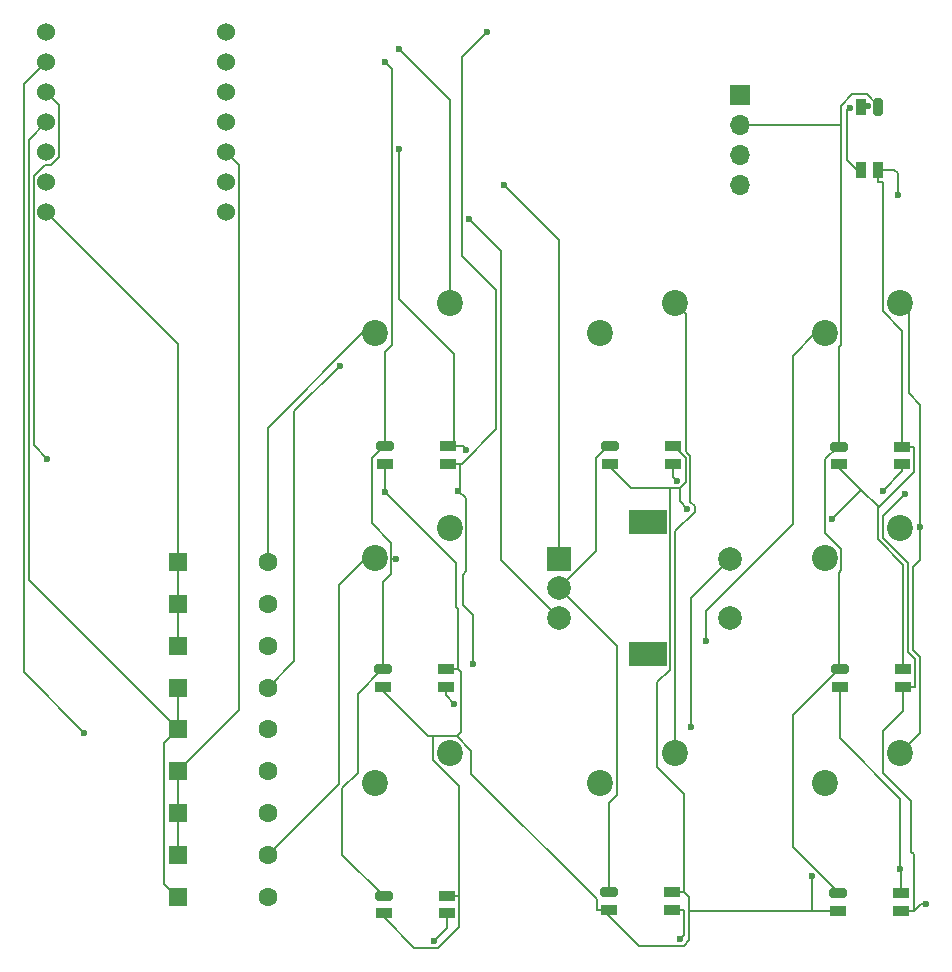
<source format=gbr>
%TF.GenerationSoftware,KiCad,Pcbnew,9.0.2*%
%TF.CreationDate,2025-07-10T19:44:47-04:00*%
%TF.ProjectId,AAPad_pcb,41415061-645f-4706-9362-2e6b69636164,rev?*%
%TF.SameCoordinates,Original*%
%TF.FileFunction,Copper,L2,Bot*%
%TF.FilePolarity,Positive*%
%FSLAX46Y46*%
G04 Gerber Fmt 4.6, Leading zero omitted, Abs format (unit mm)*
G04 Created by KiCad (PCBNEW 9.0.2) date 2025-07-10 19:44:47*
%MOMM*%
%LPD*%
G01*
G04 APERTURE LIST*
G04 Aperture macros list*
%AMRoundRect*
0 Rectangle with rounded corners*
0 $1 Rounding radius*
0 $2 $3 $4 $5 $6 $7 $8 $9 X,Y pos of 4 corners*
0 Add a 4 corners polygon primitive as box body*
4,1,4,$2,$3,$4,$5,$6,$7,$8,$9,$2,$3,0*
0 Add four circle primitives for the rounded corners*
1,1,$1+$1,$2,$3*
1,1,$1+$1,$4,$5*
1,1,$1+$1,$6,$7*
1,1,$1+$1,$8,$9*
0 Add four rect primitives between the rounded corners*
20,1,$1+$1,$2,$3,$4,$5,0*
20,1,$1+$1,$4,$5,$6,$7,0*
20,1,$1+$1,$6,$7,$8,$9,0*
20,1,$1+$1,$8,$9,$2,$3,0*%
G04 Aperture macros list end*
%TA.AperFunction,ComponentPad*%
%ADD10RoundRect,0.250000X-0.550000X-0.550000X0.550000X-0.550000X0.550000X0.550000X-0.550000X0.550000X0*%
%TD*%
%TA.AperFunction,ComponentPad*%
%ADD11C,1.600000*%
%TD*%
%TA.AperFunction,ComponentPad*%
%ADD12C,2.200000*%
%TD*%
%TA.AperFunction,ComponentPad*%
%ADD13R,1.700000X1.700000*%
%TD*%
%TA.AperFunction,ComponentPad*%
%ADD14O,1.700000X1.700000*%
%TD*%
%TA.AperFunction,ComponentPad*%
%ADD15C,1.524000*%
%TD*%
%TA.AperFunction,ComponentPad*%
%ADD16R,2.000000X2.000000*%
%TD*%
%TA.AperFunction,ComponentPad*%
%ADD17C,2.000000*%
%TD*%
%TA.AperFunction,ComponentPad*%
%ADD18R,3.200000X2.000000*%
%TD*%
%TA.AperFunction,SMDPad,CuDef*%
%ADD19R,1.450000X0.820000*%
%TD*%
%TA.AperFunction,SMDPad,CuDef*%
%ADD20RoundRect,0.205000X0.520000X0.205000X-0.520000X0.205000X-0.520000X-0.205000X0.520000X-0.205000X0*%
%TD*%
%TA.AperFunction,SMDPad,CuDef*%
%ADD21R,0.820000X1.450000*%
%TD*%
%TA.AperFunction,SMDPad,CuDef*%
%ADD22RoundRect,0.205000X0.205000X-0.520000X0.205000X0.520000X-0.205000X0.520000X-0.205000X-0.520000X0*%
%TD*%
%TA.AperFunction,ViaPad*%
%ADD23C,0.600000*%
%TD*%
%TA.AperFunction,Conductor*%
%ADD24C,0.200000*%
%TD*%
G04 APERTURE END LIST*
D10*
%TO.P,D8,1,K*%
%TO.N,Row 2*%
X72390000Y-108325000D03*
D11*
%TO.P,D8,2,A*%
%TO.N,Net-(D8-A)*%
X80010000Y-108325000D03*
%TD*%
D12*
%TO.P,SW2,1,1*%
%TO.N,Col 0*%
X114458800Y-61595000D03*
%TO.P,SW2,2,2*%
%TO.N,Net-(D4-A)*%
X108108800Y-64135000D03*
%TD*%
D10*
%TO.P,D1,1,K*%
%TO.N,Row 1*%
X72390000Y-83475000D03*
D11*
%TO.P,D1,2,A*%
%TO.N,Net-(D1-A)*%
X80010000Y-83475000D03*
%TD*%
D10*
%TO.P,D5,1,K*%
%TO.N,Row 0*%
X72390000Y-97675000D03*
D11*
%TO.P,D5,2,A*%
%TO.N,Net-(D5-A)*%
X80010000Y-97675000D03*
%TD*%
D10*
%TO.P,D3,1,K*%
%TO.N,Row 1*%
X72390000Y-90575000D03*
D11*
%TO.P,D3,2,A*%
%TO.N,Net-(D3-A)*%
X80010000Y-90575000D03*
%TD*%
D10*
%TO.P,D6,1,K*%
%TO.N,Row 2*%
X72390000Y-101225000D03*
D11*
%TO.P,D6,2,A*%
%TO.N,Net-(D6-A)*%
X80010000Y-101225000D03*
%TD*%
D12*
%TO.P,SW3,1,1*%
%TO.N,Col 2*%
X133508800Y-61595000D03*
%TO.P,SW3,2,2*%
%TO.N,Net-(D3-A)*%
X127158800Y-64135000D03*
%TD*%
%TO.P,SW7,1,1*%
%TO.N,Col 1*%
X95408800Y-99695000D03*
%TO.P,SW7,2,2*%
%TO.N,Net-(D7-A)*%
X89058800Y-102235000D03*
%TD*%
%TO.P,SW4,1,1*%
%TO.N,Col 1*%
X133508800Y-80645000D03*
%TO.P,SW4,2,2*%
%TO.N,Net-(D5-A)*%
X127158800Y-83185000D03*
%TD*%
D10*
%TO.P,D9,1,K*%
%TO.N,Row 0*%
X72390000Y-111875000D03*
D11*
%TO.P,D9,2,A*%
%TO.N,Net-(D9-A)*%
X80010000Y-111875000D03*
%TD*%
D10*
%TO.P,D2,1,K*%
%TO.N,Row 1*%
X72390000Y-87025000D03*
D11*
%TO.P,D2,2,A*%
%TO.N,EC11SWB*%
X80010000Y-87025000D03*
%TD*%
D10*
%TO.P,D4,1,K*%
%TO.N,Row 0*%
X72390000Y-94125000D03*
D11*
%TO.P,D4,2,A*%
%TO.N,Net-(D4-A)*%
X80010000Y-94125000D03*
%TD*%
D13*
%TO.P,J1,1,Pin_1*%
%TO.N,VCC*%
X120008800Y-43930000D03*
D14*
%TO.P,J1,2,Pin_2*%
%TO.N,GND*%
X120008800Y-46470000D03*
%TO.P,J1,3,Pin_3*%
%TO.N,SCL*%
X120008800Y-49010000D03*
%TO.P,J1,4,Pin_4*%
%TO.N,SDA*%
X120008800Y-51550000D03*
%TD*%
D15*
%TO.P,U1,1,GPIO26/ADC0/A0*%
%TO.N,Col 0*%
X61252800Y-38629500D03*
%TO.P,U1,2,GPIO27/ADC1/A1*%
%TO.N,Col 1*%
X61252800Y-41169500D03*
%TO.P,U1,3,GPIO28/ADC2/A2*%
%TO.N,Col 2*%
X61252800Y-43709500D03*
%TO.P,U1,4,GPIO29/ADC3/A3*%
%TO.N,Row 0*%
X61252800Y-46249500D03*
%TO.P,U1,5,GPIO6/SDA*%
%TO.N,SDA*%
X61252800Y-48789500D03*
%TO.P,U1,6,GPIO7/SCL*%
%TO.N,SCL*%
X61252800Y-51329500D03*
%TO.P,U1,7,GPIO0/TX*%
%TO.N,Row 1*%
X61252800Y-53869500D03*
%TO.P,U1,8,GPIO1/RX*%
%TO.N,EC11B*%
X76492800Y-53869500D03*
%TO.P,U1,9,GPIO2/SCK*%
%TO.N,EC11A*%
X76492800Y-51329500D03*
%TO.P,U1,10,GPIO4/MISO*%
%TO.N,Row 2*%
X76492800Y-48789500D03*
%TO.P,U1,11,GPIO3/MOSI*%
%TO.N,WS2812B*%
X76492800Y-46249500D03*
%TO.P,U1,12,3V3*%
%TO.N,unconnected-(U1-3V3-Pad12)*%
X76492800Y-43709500D03*
%TO.P,U1,13,GND*%
%TO.N,GND*%
X76492800Y-41169500D03*
%TO.P,U1,14,VBUS*%
%TO.N,+5V*%
X76492800Y-38629500D03*
%TD*%
D12*
%TO.P,SW1,1,1*%
%TO.N,Col 0*%
X95408800Y-61595000D03*
%TO.P,SW1,2,2*%
%TO.N,Net-(D1-A)*%
X89058800Y-64135000D03*
%TD*%
%TO.P,SW6,1,1*%
%TO.N,Col 0*%
X114458800Y-99695000D03*
%TO.P,SW6,2,2*%
%TO.N,Net-(D6-A)*%
X108108800Y-102235000D03*
%TD*%
D16*
%TO.P,SW11,A,A*%
%TO.N,EC11A*%
X104668800Y-83225000D03*
D17*
%TO.P,SW11,B,B*%
%TO.N,EC11B*%
X104668800Y-88225000D03*
%TO.P,SW11,C,C*%
%TO.N,GND*%
X104668800Y-85725000D03*
D18*
%TO.P,SW11,MP*%
%TO.N,N/C*%
X112168800Y-80125000D03*
X112168800Y-91325000D03*
D17*
%TO.P,SW11,S1,S1*%
%TO.N,EC11SWB*%
X119168800Y-88225000D03*
%TO.P,SW11,S2,S2*%
%TO.N,Col 1*%
X119168800Y-83225000D03*
%TD*%
D10*
%TO.P,D7,1,K*%
%TO.N,Row 2*%
X72390000Y-104775000D03*
D11*
%TO.P,D7,2,A*%
%TO.N,Net-(D7-A)*%
X80010000Y-104775000D03*
%TD*%
D12*
%TO.P,SW8,1,1*%
%TO.N,Col 2*%
X95408800Y-80645000D03*
%TO.P,SW8,2,2*%
%TO.N,Net-(D8-A)*%
X89058800Y-83185000D03*
%TD*%
%TO.P,SW5,1,1*%
%TO.N,Col 2*%
X133508800Y-99695000D03*
%TO.P,SW5,2,2*%
%TO.N,Net-(D9-A)*%
X127158800Y-102235000D03*
%TD*%
D19*
%TO.P,D12,1,VDD*%
%TO.N,+5V*%
X114311200Y-75165100D03*
%TO.P,D12,2,DOUT*%
%TO.N,WS2812B*%
X114311200Y-73665100D03*
D20*
%TO.P,D12,3,VSS*%
%TO.N,GND*%
X108961200Y-73665100D03*
D19*
%TO.P,D12,4,DIN*%
%TO.N,WS2812B*%
X108961200Y-75165100D03*
%TD*%
D21*
%TO.P,D10,1,VDD*%
%TO.N,+5V*%
X130218800Y-50300000D03*
%TO.P,D10,2,DOUT*%
%TO.N,WS2812B*%
X131718800Y-50300000D03*
D22*
%TO.P,D10,3,VSS*%
%TO.N,GND*%
X131718800Y-44950000D03*
D21*
%TO.P,D10,4,DIN*%
%TO.N,WS2812B*%
X130218800Y-44950000D03*
%TD*%
D19*
%TO.P,D14,1,VDD*%
%TO.N,+5V*%
X133772900Y-94057700D03*
%TO.P,D14,2,DOUT*%
%TO.N,WS2812B*%
X133772900Y-92557700D03*
D20*
%TO.P,D14,3,VSS*%
%TO.N,GND*%
X128422900Y-92557700D03*
D19*
%TO.P,D14,4,DIN*%
%TO.N,WS2812B*%
X128422900Y-94057700D03*
%TD*%
%TO.P,D15,1,VDD*%
%TO.N,+5V*%
X95104800Y-94070900D03*
%TO.P,D15,2,DOUT*%
%TO.N,WS2812B*%
X95104800Y-92570900D03*
D20*
%TO.P,D15,3,VSS*%
%TO.N,GND*%
X89754800Y-92570900D03*
D19*
%TO.P,D15,4,DIN*%
%TO.N,WS2812B*%
X89754800Y-94070900D03*
%TD*%
%TO.P,D13,1,VDD*%
%TO.N,+5V*%
X95259000Y-75187400D03*
%TO.P,D13,2,DOUT*%
%TO.N,WS2812B*%
X95259000Y-73687400D03*
D20*
%TO.P,D13,3,VSS*%
%TO.N,GND*%
X89909000Y-73687400D03*
D19*
%TO.P,D13,4,DIN*%
%TO.N,WS2812B*%
X89909000Y-75187400D03*
%TD*%
%TO.P,D17,1,VDD*%
%TO.N,+5V*%
X114250300Y-112956400D03*
%TO.P,D17,2,DOUT*%
%TO.N,WS2812B*%
X114250300Y-111456400D03*
D20*
%TO.P,D17,3,VSS*%
%TO.N,GND*%
X108900300Y-111456400D03*
D19*
%TO.P,D17,4,DIN*%
%TO.N,WS2812B*%
X108900300Y-112956400D03*
%TD*%
%TO.P,D16,1,VDD*%
%TO.N,+5V*%
X133665300Y-113060500D03*
%TO.P,D16,2,DOUT*%
%TO.N,WS2812B*%
X133665300Y-111560500D03*
D20*
%TO.P,D16,3,VSS*%
%TO.N,GND*%
X128315300Y-111560500D03*
D19*
%TO.P,D16,4,DIN*%
%TO.N,WS2812B*%
X128315300Y-113060500D03*
%TD*%
%TO.P,D18,1,VDD*%
%TO.N,+5V*%
X95169300Y-113254300D03*
%TO.P,D18,2,DOUT*%
%TO.N,WS2812B*%
X95169300Y-111754300D03*
D20*
%TO.P,D18,3,VSS*%
%TO.N,GND*%
X89819300Y-111754300D03*
D19*
%TO.P,D18,4,DIN*%
%TO.N,WS2812B*%
X89819300Y-113254300D03*
%TD*%
%TO.P,D11,1,VDD*%
%TO.N,+5V*%
X133734100Y-75223900D03*
%TO.P,D11,2,DOUT*%
%TO.N,WS2812B*%
X133734100Y-73723900D03*
D20*
%TO.P,D11,3,VSS*%
%TO.N,GND*%
X128384100Y-73723900D03*
D19*
%TO.P,D11,4,DIN*%
%TO.N,WS2812B*%
X128384100Y-75223900D03*
%TD*%
D23*
%TO.N,+5V*%
X96144600Y-77445800D03*
X129272100Y-45048100D03*
X132078400Y-77445800D03*
X98557600Y-38629500D03*
X94087500Y-115546300D03*
X133924100Y-77724200D03*
X135720700Y-112432900D03*
X97381800Y-92142000D03*
X114638700Y-76634600D03*
X114949500Y-115393800D03*
X95800300Y-95485500D03*
%TO.N,GND*%
X90883100Y-83230100D03*
X89957700Y-41169500D03*
%TO.N,Net-(D3-A)*%
X117132400Y-90165900D03*
%TO.N,Net-(D4-A)*%
X86094900Y-66918000D03*
%TO.N,WS2812B*%
X126098300Y-110084300D03*
X130808800Y-44925000D03*
X115546500Y-78995100D03*
X133350000Y-52387500D03*
X127806100Y-79821400D03*
X89909000Y-77562100D03*
X133547900Y-109447400D03*
X91124500Y-48485800D03*
X96784200Y-73970600D03*
%TO.N,Col 0*%
X91124500Y-40072100D03*
%TO.N,Col 2*%
X135217600Y-80547200D03*
X61348000Y-74774400D03*
%TO.N,Col 1*%
X115874000Y-97490800D03*
X64457500Y-97939400D03*
%TO.N,EC11A*%
X100013500Y-51584500D03*
%TO.N,EC11B*%
X97050500Y-54458900D03*
%TD*%
D24*
%TO.N,+5V*%
X129272100Y-45049700D02*
X129272100Y-45048100D01*
X129272100Y-45038500D02*
X129272100Y-45040100D01*
X135319600Y-112432900D02*
X134692000Y-113060500D01*
X99350500Y-60485300D02*
X96427800Y-57562600D01*
X129268900Y-45033700D02*
X129268900Y-45035300D01*
X129270500Y-45035300D02*
X129272100Y-45035300D01*
X133734100Y-75223900D02*
X133734100Y-75790100D01*
X134196700Y-83548600D02*
X134196700Y-91146700D01*
X134799600Y-91749600D02*
X134799600Y-94057700D01*
X97381800Y-87975300D02*
X97381800Y-92142000D01*
X129272100Y-45048100D02*
X129273700Y-45048100D01*
X134508600Y-108066100D02*
X134508600Y-103750300D01*
X96144600Y-77445800D02*
X96812400Y-78113600D01*
X129074700Y-45210300D02*
X129074700Y-49437800D01*
X129265700Y-45027300D02*
X129265700Y-45025700D01*
X129265700Y-45024100D02*
X129265700Y-45025700D01*
X129272100Y-45044900D02*
X129272100Y-45043300D01*
X115277000Y-112956400D02*
X115277000Y-115066300D01*
X129272100Y-45046500D02*
X129272100Y-45048100D01*
X129262500Y-45022500D02*
X129074700Y-45210300D01*
X129272100Y-45041700D02*
X129272100Y-45043300D01*
X134692000Y-113060500D02*
X134692000Y-108249500D01*
X129268900Y-45032100D02*
X129267300Y-45032100D01*
X129270500Y-45040100D02*
X129270500Y-45038500D01*
X132093300Y-101335000D02*
X132093300Y-97817000D01*
X129265700Y-45025700D02*
X129267300Y-45025700D01*
X94087500Y-115546200D02*
X94087500Y-115546300D01*
X129267300Y-45033700D02*
X129267300Y-45032100D01*
X129267300Y-45028900D02*
X129265700Y-45028900D01*
X129272100Y-45040100D02*
X129272100Y-45041700D01*
X129264100Y-45022500D02*
X129264100Y-45024100D01*
X129268900Y-45033700D02*
X129270500Y-45033700D01*
X129264100Y-45022500D02*
X129264100Y-45024100D01*
X95800300Y-95485500D02*
X95104800Y-94790000D01*
X129268900Y-45033700D02*
X129268900Y-45032100D01*
X129270500Y-45036900D02*
X129270500Y-45038500D01*
X129272100Y-45046500D02*
X129272100Y-45048100D01*
X129272100Y-45048100D02*
X129272100Y-45046500D01*
X129270500Y-45038500D02*
X129270500Y-45036900D01*
X129272100Y-45043300D02*
X129272100Y-45044900D01*
X129262500Y-45022500D02*
X129264100Y-45022500D01*
X129268900Y-45033700D02*
X129268900Y-45035300D01*
X129267300Y-45032100D02*
X129267300Y-45033700D01*
X129267300Y-45032100D02*
X129268900Y-45032100D01*
X129272100Y-45041700D02*
X129272100Y-45043300D01*
X129265700Y-45030500D02*
X129265700Y-45028900D01*
X129265700Y-45025700D02*
X129265700Y-45027300D01*
X133772900Y-96137400D02*
X133772900Y-94057700D01*
X129268900Y-45032100D02*
X129268900Y-45033700D01*
X96427800Y-40759300D02*
X98557600Y-38629500D01*
X96427800Y-57562600D02*
X96427800Y-40759300D01*
X129273700Y-45040100D02*
X129272100Y-45040100D01*
X129272100Y-45046500D02*
X129273700Y-45046500D01*
X129074700Y-49437800D02*
X129936900Y-50300000D01*
X129267300Y-45032100D02*
X129267300Y-45030500D01*
X129268900Y-45035300D02*
X129270500Y-45035300D01*
X96285700Y-75187400D02*
X96418300Y-75187400D01*
X129270500Y-45036900D02*
X129270500Y-45035300D01*
X94087500Y-115546200D02*
X95169300Y-114464400D01*
X129272100Y-45043300D02*
X129272100Y-45041700D01*
X129265700Y-45028900D02*
X129265700Y-45030500D01*
X129267300Y-45025700D02*
X129265700Y-45025700D01*
X133734100Y-75790100D02*
X132078400Y-77445800D01*
X114638700Y-76634600D02*
X114311200Y-76307100D01*
X129270500Y-45038500D02*
X129272100Y-45038500D01*
X129264100Y-45022500D02*
X129262500Y-45022500D01*
X135720700Y-112432900D02*
X135319600Y-112432900D01*
X134692000Y-108249500D02*
X134508600Y-108066100D01*
X129272100Y-45038500D02*
X129272100Y-45040100D01*
X132076700Y-79571600D02*
X132076700Y-81428600D01*
X129273700Y-45046500D02*
X129272100Y-45046500D01*
X129265700Y-45024100D02*
X129265700Y-45025700D01*
X95104800Y-94790000D02*
X95104800Y-94070900D01*
X133924100Y-77724200D02*
X132076700Y-79571600D01*
X129265700Y-45028900D02*
X129267300Y-45028900D01*
X129268900Y-45035300D02*
X129270500Y-45035300D01*
X129267300Y-45028900D02*
X129267300Y-45030500D01*
X129272100Y-45043300D02*
X129272100Y-45044900D01*
X129268900Y-45032100D02*
X129268900Y-45033700D01*
X129270500Y-45038500D02*
X129270500Y-45040100D01*
X129262500Y-45022500D02*
X129264100Y-45022500D01*
X129270500Y-45033700D02*
X129268900Y-45033700D01*
X129272100Y-45035300D02*
X129270500Y-45035300D01*
X132076700Y-81428600D02*
X134196700Y-83548600D01*
X129267300Y-45032100D02*
X129268900Y-45032100D01*
X129265700Y-45028900D02*
X129265700Y-45027300D01*
X129273700Y-45048100D02*
X129272100Y-45048100D01*
X129272100Y-45046500D02*
X129272100Y-45044900D01*
X96531700Y-84572100D02*
X96531700Y-87125200D01*
X129265700Y-45027300D02*
X129265700Y-45028900D01*
X129265700Y-45025700D02*
X129265700Y-45027300D01*
X129268900Y-45030500D02*
X129267300Y-45030500D01*
X129270500Y-45035300D02*
X129270500Y-45036900D01*
X96812400Y-84291400D02*
X96531700Y-84572100D01*
X129265700Y-45025700D02*
X129265700Y-45024100D01*
X114311200Y-76307100D02*
X114311200Y-75165100D01*
X129265700Y-45027300D02*
X129265700Y-45028900D01*
X129265700Y-45024100D02*
X129267300Y-45024100D01*
X129267300Y-45030500D02*
X129267300Y-45032100D01*
X129264100Y-45025700D02*
X129264100Y-45024100D01*
X96812400Y-78113600D02*
X96812400Y-84291400D01*
X129272100Y-45044900D02*
X129272100Y-45046500D01*
X129270500Y-45036900D02*
X129270500Y-45038500D01*
X134508600Y-103750300D02*
X132093300Y-101335000D01*
X129272100Y-45040100D02*
X129272100Y-45038500D01*
X129270500Y-45035300D02*
X129270500Y-45036900D01*
X129272100Y-45041700D02*
X129272100Y-45040100D01*
X129272100Y-45040100D02*
X129273700Y-45040100D01*
X96418300Y-75187400D02*
X99350500Y-72255200D01*
X114250300Y-112956400D02*
X115277000Y-112956400D01*
X129272100Y-45038500D02*
X129270500Y-45038500D01*
X115277000Y-115066300D02*
X114949500Y-115393800D01*
X129264100Y-45024100D02*
X129264100Y-45022500D01*
X99350500Y-72255200D02*
X99350500Y-60485300D01*
X129265700Y-45028900D02*
X129267300Y-45028900D01*
X133665300Y-113060500D02*
X134692000Y-113060500D01*
X129272100Y-45044900D02*
X129272100Y-45046500D01*
X95169300Y-114464400D02*
X95169300Y-113254300D01*
X129265700Y-45027300D02*
X129267300Y-45027300D01*
X133772900Y-94057700D02*
X134799600Y-94057700D01*
X129268900Y-45035300D02*
X129268900Y-45036900D01*
X129268900Y-45036900D02*
X129268900Y-45035300D01*
X129264100Y-45024100D02*
X129265700Y-45024100D01*
X129936900Y-50300000D02*
X130218800Y-50300000D01*
X96285700Y-77304700D02*
X96144600Y-77445800D01*
X96285700Y-75187400D02*
X96285700Y-77304700D01*
X129270500Y-45038500D02*
X129272100Y-45038500D01*
X132093300Y-97817000D02*
X133772900Y-96137400D01*
X129268900Y-45035300D02*
X129268900Y-45033700D01*
X129270500Y-45035300D02*
X129268900Y-45035300D01*
X129267300Y-45028900D02*
X129267300Y-45030500D01*
X129267300Y-45030500D02*
X129267300Y-45028900D01*
X129267300Y-45030500D02*
X129267300Y-45032100D01*
X129267300Y-45027300D02*
X129265700Y-45027300D01*
X96531700Y-87125200D02*
X97381800Y-87975300D01*
X129267300Y-45024100D02*
X129265700Y-45024100D01*
X95259000Y-75187400D02*
X96285700Y-75187400D01*
X129272100Y-45048100D02*
X129272100Y-45049700D01*
X129267300Y-45030500D02*
X129268900Y-45030500D01*
X129272100Y-45040100D02*
X129272100Y-45041700D01*
X129264100Y-45024100D02*
X129264100Y-45025700D01*
X134196700Y-91146700D02*
X134799600Y-91749600D01*
%TO.N,GND*%
X90468700Y-83230100D02*
X90468700Y-84516500D01*
X107817300Y-82576500D02*
X104668800Y-85725000D01*
X88838500Y-74664900D02*
X88838500Y-80232400D01*
X127964400Y-46470000D02*
X127764300Y-46470000D01*
X128384100Y-65309700D02*
X128564400Y-65129400D01*
X89816000Y-73687400D02*
X88838500Y-74664900D01*
X90468700Y-81862600D02*
X90468700Y-83230100D01*
X90505100Y-41716900D02*
X90505100Y-65113300D01*
X128315300Y-111560500D02*
X128315300Y-111450400D01*
X89909000Y-65709400D02*
X89909000Y-73687400D01*
X124939000Y-46470000D02*
X124980300Y-46470000D01*
X89957700Y-41169500D02*
X90505100Y-41716900D01*
X120008800Y-46470000D02*
X121160500Y-46470000D01*
X128564400Y-46470000D02*
X128158600Y-46470000D01*
X89909000Y-73687400D02*
X89816000Y-73687400D01*
X86333900Y-102659800D02*
X87620400Y-101373300D01*
X128564400Y-44863800D02*
X129518500Y-43909700D01*
X124487100Y-96407500D02*
X128336900Y-92557700D01*
X128580500Y-84187900D02*
X128372400Y-84396000D01*
X128564400Y-65129400D02*
X128564400Y-46470000D01*
X90468700Y-84516500D02*
X89754800Y-85230400D01*
X121160500Y-46470000D02*
X124939000Y-46470000D01*
X128564400Y-46470000D02*
X128564400Y-44863800D01*
X124980300Y-46470000D02*
X127499300Y-46470000D01*
X87620400Y-94635200D02*
X89684700Y-92570900D01*
X90505100Y-65113300D02*
X89909000Y-65709400D01*
X108900300Y-103868100D02*
X108900300Y-111456400D01*
X127499300Y-46470000D02*
X127764300Y-46470000D01*
X87620400Y-101373300D02*
X87620400Y-94635200D01*
X89684700Y-92570900D02*
X89754800Y-92570900D01*
X130740200Y-43909700D02*
X131718800Y-44888300D01*
X128158600Y-46470000D02*
X128085300Y-46470000D01*
X129518500Y-43909700D02*
X130740200Y-43909700D01*
X128336900Y-92557700D02*
X128422900Y-92557700D01*
X128384100Y-73723900D02*
X128384100Y-65309700D01*
X90883100Y-83230100D02*
X90468700Y-83230100D01*
X89819300Y-111754300D02*
X86333900Y-108268900D01*
X128372400Y-84396000D02*
X128372400Y-92507200D01*
X128372400Y-92507200D02*
X128422900Y-92557700D01*
X89754800Y-85230400D02*
X89754800Y-92570900D01*
X128384100Y-73723900D02*
X128285000Y-73723900D01*
X128285000Y-73723900D02*
X127204400Y-74804500D01*
X104668800Y-85725000D02*
X109563000Y-90619200D01*
X124487100Y-107622200D02*
X124487100Y-96407500D01*
X128085300Y-46470000D02*
X127964400Y-46470000D01*
X108833000Y-73665100D02*
X107817300Y-74680800D01*
X88838500Y-80232400D02*
X90468700Y-81862600D01*
X108961200Y-73665100D02*
X108833000Y-73665100D01*
X127204400Y-74804500D02*
X127204400Y-81009000D01*
X109563000Y-90619200D02*
X109563000Y-103205400D01*
X86333900Y-108268900D02*
X86333900Y-102659800D01*
X128315300Y-111450400D02*
X124487100Y-107622200D01*
X107817300Y-74680800D02*
X107817300Y-82576500D01*
X109563000Y-103205400D02*
X108900300Y-103868100D01*
X128580500Y-82385100D02*
X128580500Y-84187900D01*
X127204400Y-81009000D02*
X128580500Y-82385100D01*
X131718800Y-44888300D02*
X131718800Y-44950000D01*
%TO.N,Net-(D1-A)*%
X88027100Y-64135000D02*
X80010000Y-72152100D01*
X89058800Y-64135000D02*
X88027100Y-64135000D01*
X80010000Y-72152100D02*
X80010000Y-83475000D01*
%TO.N,Row 1*%
X72390000Y-87025000D02*
X72390000Y-83475000D01*
X72390000Y-83475000D02*
X72390000Y-65006700D01*
X72390000Y-90575000D02*
X72390000Y-87025000D01*
X72390000Y-65006700D02*
X61252800Y-53869500D01*
%TO.N,Net-(D3-A)*%
X124487100Y-66020700D02*
X124487100Y-80267500D01*
X127158800Y-64135000D02*
X126372800Y-64135000D01*
X124487100Y-80267500D02*
X117132400Y-87622200D01*
X117132400Y-87622200D02*
X117132400Y-90165900D01*
X126372800Y-64135000D02*
X124487100Y-66020700D01*
%TO.N,Net-(D4-A)*%
X82272700Y-70740200D02*
X82272700Y-91862300D01*
X86094900Y-66918000D02*
X82272700Y-70740200D01*
X82272700Y-91862300D02*
X80010000Y-94125000D01*
%TO.N,Row 0*%
X71242100Y-110727100D02*
X71242100Y-98822900D01*
X72390000Y-111875000D02*
X71242100Y-110727100D01*
X59762400Y-85047400D02*
X59762400Y-47739900D01*
X71242100Y-98822900D02*
X72390000Y-97675000D01*
X72390000Y-94125000D02*
X72390000Y-97675000D01*
X59762400Y-47739900D02*
X61252800Y-46249500D01*
X72390000Y-97675000D02*
X59762400Y-85047400D01*
%TO.N,Row 2*%
X72390000Y-104775000D02*
X72390000Y-101225000D01*
X72390000Y-108325000D02*
X72390000Y-104775000D01*
X76492800Y-48789500D02*
X77593500Y-49890200D01*
X77593500Y-96021500D02*
X72390000Y-101225000D01*
X77593500Y-49890200D02*
X77593500Y-96021500D01*
%TO.N,Net-(D8-A)*%
X86052300Y-85462200D02*
X86052300Y-102282700D01*
X86052300Y-102282700D02*
X80010000Y-108325000D01*
X89058800Y-83185000D02*
X88329500Y-83185000D01*
X88329500Y-83185000D02*
X86052300Y-85462200D01*
%TO.N,WS2812B*%
X91124500Y-61238500D02*
X95772400Y-65886400D01*
X96130000Y-92570900D02*
X96131500Y-92570900D01*
X126098300Y-113060500D02*
X115698700Y-113060500D01*
X128384100Y-75415500D02*
X128384100Y-75524500D01*
X133665300Y-109447400D02*
X133547900Y-109447400D01*
X94007100Y-98236900D02*
X94007100Y-100275600D01*
X89819300Y-113555000D02*
X92412300Y-116148000D01*
X114372900Y-73665100D02*
X114311200Y-73665100D01*
X95965200Y-83618300D02*
X95965200Y-87326900D01*
X133056250Y-50300000D02*
X131718800Y-50300000D01*
X94007100Y-100275600D02*
X96196000Y-102464500D01*
X133772900Y-83716700D02*
X133772900Y-92557700D01*
X132076700Y-62253700D02*
X132076700Y-51326700D01*
X96129800Y-92570900D02*
X96130000Y-92570900D01*
X133547900Y-103552500D02*
X133547900Y-109447400D01*
X89909000Y-77562100D02*
X95965200Y-83618300D01*
X96501000Y-73687400D02*
X96784200Y-73970600D01*
X133350000Y-52387500D02*
X133350000Y-50593750D01*
X114887900Y-78336500D02*
X114887900Y-77236300D01*
X134760800Y-73723900D02*
X134760800Y-75832600D01*
X133734100Y-73723900D02*
X133734100Y-63911100D01*
X133734100Y-73723900D02*
X134760800Y-73723900D01*
X113001300Y-93682500D02*
X113001300Y-100880600D01*
X115698700Y-113060500D02*
X115698700Y-111878100D01*
X89819300Y-113254300D02*
X89819300Y-113555000D01*
X128422900Y-98427500D02*
X133547900Y-103552500D01*
X131643300Y-81587100D02*
X133772900Y-83716700D01*
X95169300Y-111754300D02*
X95682700Y-111754300D01*
X131726500Y-78866900D02*
X131643300Y-78950100D01*
X92412300Y-116148000D02*
X94428400Y-116148000D01*
X107873600Y-112956400D02*
X107873600Y-112053700D01*
X131643300Y-78950100D02*
X131643300Y-81587100D01*
X130783800Y-44950000D02*
X130808800Y-44925000D01*
X108961200Y-75462600D02*
X110734900Y-77236300D01*
X108387000Y-112956400D02*
X111444100Y-116013500D01*
X96131500Y-87493200D02*
X96131500Y-92570900D01*
X127689700Y-113060500D02*
X127648400Y-113060500D01*
X115698700Y-115538300D02*
X115698700Y-113060500D01*
X133665300Y-109447400D02*
X133665300Y-111560500D01*
X95259000Y-73687400D02*
X95772400Y-73687400D01*
X115272000Y-103151300D02*
X115272000Y-111456400D01*
X108900300Y-112956400D02*
X108387000Y-112956400D01*
X130243600Y-77383900D02*
X127806100Y-79821400D01*
X127648400Y-113060500D02*
X126098300Y-113060500D01*
X97258200Y-101438300D02*
X97258200Y-99476200D01*
X131718800Y-51326700D02*
X132076700Y-51326700D01*
X110734900Y-77236300D02*
X114070500Y-77236300D01*
X133350000Y-50593750D02*
X133056250Y-50300000D01*
X96402000Y-92841400D02*
X96131500Y-92570900D01*
X114070500Y-92613300D02*
X113001300Y-93682500D01*
X128384100Y-75223900D02*
X128384100Y-75374200D01*
X115698700Y-111878100D02*
X115277000Y-111456400D01*
X115546500Y-78995100D02*
X114887900Y-78336500D01*
X130243600Y-77383900D02*
X131726500Y-78866900D01*
X94007100Y-98236900D02*
X93554700Y-98236900D01*
X89909000Y-76346600D02*
X89909000Y-76387900D01*
X108387000Y-112956400D02*
X107873600Y-112956400D01*
X134760800Y-75832600D02*
X131726500Y-78866900D01*
X114250300Y-111456400D02*
X115272000Y-111456400D01*
X114070500Y-77236300D02*
X114887900Y-77236300D01*
X130218800Y-44950000D02*
X130783800Y-44950000D01*
X94428400Y-116148000D02*
X96196000Y-114380400D01*
X128422900Y-94057700D02*
X128422900Y-98427500D01*
X95772400Y-73687400D02*
X96501000Y-73687400D01*
X126098300Y-110084300D02*
X126098300Y-113060500D01*
X93554700Y-98236900D02*
X89754800Y-94437000D01*
X96196000Y-102464500D02*
X96196000Y-111754300D01*
X115382800Y-76741400D02*
X115382800Y-74675000D01*
X128384100Y-75374200D02*
X128384100Y-75415500D01*
X115382800Y-74675000D02*
X114372900Y-73665100D01*
X128315300Y-113060500D02*
X127689700Y-113060500D01*
X113001300Y-100880600D02*
X115272000Y-103151300D01*
X97258200Y-99476200D02*
X96018900Y-98236900D01*
X96018900Y-98236900D02*
X96402000Y-97853800D01*
X89909000Y-76387900D02*
X89909000Y-77562100D01*
X115223500Y-116013500D02*
X115698700Y-115538300D01*
X89909000Y-76346600D02*
X89909000Y-75187400D01*
X95965200Y-87326900D02*
X96131500Y-87493200D01*
X95682700Y-111754300D02*
X96196000Y-111754300D01*
X114070500Y-77236300D02*
X114070500Y-92613300D01*
X95772400Y-65886400D02*
X95772400Y-73687400D01*
X115272000Y-111456400D02*
X115277000Y-111456400D01*
X131718800Y-50300000D02*
X131718800Y-51326700D01*
X96018900Y-98236900D02*
X94007100Y-98236900D01*
X128384100Y-75524500D02*
X130243600Y-77383900D01*
X108961200Y-75165100D02*
X108961200Y-75462600D01*
X96402000Y-97853800D02*
X96402000Y-92841400D01*
X114887900Y-77236300D02*
X115382800Y-76741400D01*
X91124500Y-48485800D02*
X91124500Y-61238500D01*
X89754800Y-94437000D02*
X89754800Y-94070900D01*
X95104800Y-92570900D02*
X96129800Y-92570900D01*
X111444100Y-116013500D02*
X115223500Y-116013500D01*
X107873600Y-112053700D02*
X97258200Y-101438300D01*
X96196000Y-114380400D02*
X96196000Y-111754300D01*
X133734100Y-63911100D02*
X132076700Y-62253700D01*
%TO.N,Col 0*%
X116148200Y-79244300D02*
X116148200Y-78745900D01*
X114527200Y-99626600D02*
X114527200Y-80865300D01*
X114458800Y-99695000D02*
X114527200Y-99626600D01*
X91124500Y-40072100D02*
X95408800Y-44356400D01*
X95408800Y-44356400D02*
X95408800Y-61595000D01*
X116148200Y-78745900D02*
X115784600Y-78382300D01*
X115382800Y-62519000D02*
X114458800Y-61595000D01*
X115784500Y-78382300D02*
X115784500Y-74488600D01*
X115382800Y-74086900D02*
X115382800Y-62519000D01*
X114527200Y-80865300D02*
X116148200Y-79244300D01*
X115549100Y-74253200D02*
X115382800Y-74086900D01*
X115549100Y-74253200D02*
X115382800Y-74086900D01*
X115784500Y-74488600D02*
X115549100Y-74253200D01*
X115784600Y-78382300D02*
X115784500Y-78382300D01*
%TO.N,Col 2*%
X135217600Y-80547200D02*
X135217600Y-70160900D01*
X135254500Y-91556100D02*
X134620500Y-90922100D01*
X60189100Y-73615500D02*
X60189100Y-50806600D01*
X62316500Y-44773200D02*
X61252800Y-43709500D01*
X61348000Y-74774400D02*
X60189100Y-73615500D01*
X135254500Y-97949300D02*
X135254500Y-91556100D01*
X134281200Y-62367400D02*
X133508800Y-61595000D01*
X134620500Y-90922100D02*
X134620500Y-83884900D01*
X62316500Y-49230200D02*
X62316500Y-44773200D01*
X133508800Y-99695000D02*
X135254500Y-97949300D01*
X135217600Y-70160900D02*
X134281200Y-69224500D01*
X135217600Y-83287800D02*
X135217600Y-80547200D01*
X61693500Y-49853200D02*
X62316500Y-49230200D01*
X60189100Y-50806600D02*
X61142500Y-49853200D01*
X134620500Y-83884900D02*
X135217600Y-83287800D01*
X134281200Y-69224500D02*
X134281200Y-62367400D01*
X61142500Y-49853200D02*
X61693500Y-49853200D01*
%TO.N,Col 1*%
X59360700Y-92842600D02*
X64457500Y-97939400D01*
X61252800Y-41169500D02*
X59360700Y-43061600D01*
X119168800Y-83225000D02*
X115874000Y-86519800D01*
X115874000Y-86519800D02*
X115874000Y-97490800D01*
X59360700Y-43061600D02*
X59360700Y-92842600D01*
%TO.N,EC11A*%
X104668800Y-56239800D02*
X104668800Y-83225000D01*
X100013500Y-51584500D02*
X104668800Y-56239800D01*
%TO.N,EC11B*%
X104668800Y-88225000D02*
X99752200Y-83308400D01*
X99752200Y-57160600D02*
X97050500Y-54458900D01*
X99752200Y-83308400D02*
X99752200Y-57160600D01*
%TD*%
M02*

</source>
